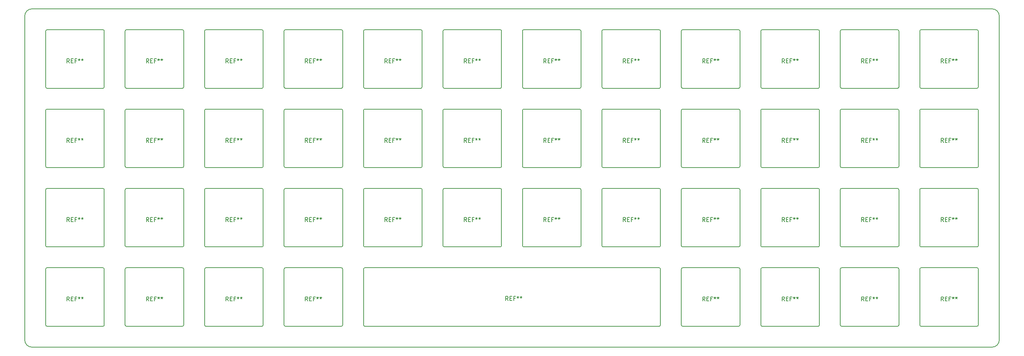
<source format=gbr>
G04 #@! TF.GenerationSoftware,KiCad,Pcbnew,5.0.1*
G04 #@! TF.CreationDate,2019-03-13T00:05:53-03:00*
G04 #@! TF.ProjectId,universal,756E6976657273616C2E6B696361645F,V3.0.7*
G04 #@! TF.SameCoordinates,Original*
G04 #@! TF.FileFunction,Other,ECO2*
%FSLAX46Y46*%
G04 Gerber Fmt 4.6, Leading zero omitted, Abs format (unit mm)*
G04 Created by KiCad (PCBNEW 5.0.1) date Wed 13 Mar 2019 12:05:53 AM -03*
%MOMM*%
%LPD*%
G01*
G04 APERTURE LIST*
%ADD10C,0.150000*%
G04 #@! TA.AperFunction,NonConductor*
%ADD11C,0.150000*%
G04 #@! TD*
G04 APERTURE END LIST*
D10*
X31939170Y-64000682D02*
G75*
G02X33720426Y-62219426I1781256J0D01*
G01*
X31939170Y-64000682D02*
X31939170Y-141485318D01*
X33720426Y-143266574D02*
G75*
G02X31939170Y-141485318I0J1781256D01*
G01*
X264986830Y-141485318D02*
X264986830Y-64000682D01*
X264986830Y-141485318D02*
G75*
G02X263205574Y-143266574I-1781256J0D01*
G01*
X263205574Y-62219426D02*
G75*
G02X264986830Y-64000682I0J-1781256D01*
G01*
X33720426Y-143266574D02*
X263205574Y-143266574D01*
X33720426Y-62219426D02*
X263205574Y-62219426D01*
D11*
G04 #@! TO.C,REF\002A\002A*
X240663000Y-124243000D02*
X227263000Y-124243000D01*
X226963000Y-124543000D02*
X226963000Y-137943000D01*
X227263000Y-138243000D02*
X240663000Y-138243000D01*
X240963000Y-137943000D02*
X240963000Y-124543000D01*
X226963000Y-124543000D02*
G75*
G02X227263000Y-124243000I300000J0D01*
G01*
X240663000Y-124243000D02*
G75*
G02X240963000Y-124543000I0J-300000D01*
G01*
X240963000Y-137943000D02*
G75*
G02X240663000Y-138243000I-300000J0D01*
G01*
X227263000Y-138243000D02*
G75*
G02X226963000Y-137943000I0J300000D01*
G01*
X227263000Y-119243000D02*
G75*
G02X226963000Y-118943000I0J300000D01*
G01*
X240963000Y-118943000D02*
G75*
G02X240663000Y-119243000I-300000J0D01*
G01*
X240663000Y-105243000D02*
G75*
G02X240963000Y-105543000I0J-300000D01*
G01*
X226963000Y-105543000D02*
G75*
G02X227263000Y-105243000I300000J0D01*
G01*
X240963000Y-118943000D02*
X240963000Y-105543000D01*
X227263000Y-119243000D02*
X240663000Y-119243000D01*
X226963000Y-105543000D02*
X226963000Y-118943000D01*
X240663000Y-105243000D02*
X227263000Y-105243000D01*
X240663000Y-67243000D02*
X227263000Y-67243000D01*
X226963000Y-67543000D02*
X226963000Y-80943000D01*
X227263000Y-81243000D02*
X240663000Y-81243000D01*
X240963000Y-80943000D02*
X240963000Y-67543000D01*
X226963000Y-67543000D02*
G75*
G02X227263000Y-67243000I300000J0D01*
G01*
X240663000Y-67243000D02*
G75*
G02X240963000Y-67543000I0J-300000D01*
G01*
X240963000Y-80943000D02*
G75*
G02X240663000Y-81243000I-300000J0D01*
G01*
X227263000Y-81243000D02*
G75*
G02X226963000Y-80943000I0J300000D01*
G01*
X88663000Y-124243000D02*
X75263000Y-124243000D01*
X74963000Y-124543000D02*
X74963000Y-137943000D01*
X75263000Y-138243000D02*
X88663000Y-138243000D01*
X88963000Y-137943000D02*
X88963000Y-124543000D01*
X74963000Y-124543000D02*
G75*
G02X75263000Y-124243000I300000J0D01*
G01*
X88663000Y-124243000D02*
G75*
G02X88963000Y-124543000I0J-300000D01*
G01*
X88963000Y-137943000D02*
G75*
G02X88663000Y-138243000I-300000J0D01*
G01*
X75263000Y-138243000D02*
G75*
G02X74963000Y-137943000I0J300000D01*
G01*
X246263000Y-138243000D02*
G75*
G02X245963000Y-137943000I0J300000D01*
G01*
X259963000Y-137943000D02*
G75*
G02X259663000Y-138243000I-300000J0D01*
G01*
X259663000Y-124243000D02*
G75*
G02X259963000Y-124543000I0J-300000D01*
G01*
X245963000Y-124543000D02*
G75*
G02X246263000Y-124243000I300000J0D01*
G01*
X259963000Y-137943000D02*
X259963000Y-124543000D01*
X246263000Y-138243000D02*
X259663000Y-138243000D01*
X245963000Y-124543000D02*
X245963000Y-137943000D01*
X259663000Y-124243000D02*
X246263000Y-124243000D01*
X202663000Y-124243000D02*
X189263000Y-124243000D01*
X188963000Y-124543000D02*
X188963000Y-137943000D01*
X189263000Y-138243000D02*
X202663000Y-138243000D01*
X202963000Y-137943000D02*
X202963000Y-124543000D01*
X188963000Y-124543000D02*
G75*
G02X189263000Y-124243000I300000J0D01*
G01*
X202663000Y-124243000D02*
G75*
G02X202963000Y-124543000I0J-300000D01*
G01*
X202963000Y-137943000D02*
G75*
G02X202663000Y-138243000I-300000J0D01*
G01*
X189263000Y-138243000D02*
G75*
G02X188963000Y-137943000I0J300000D01*
G01*
X94263000Y-138243000D02*
G75*
G02X93963000Y-137943000I0J300000D01*
G01*
X107963000Y-137943000D02*
G75*
G02X107663000Y-138243000I-300000J0D01*
G01*
X107663000Y-124243000D02*
G75*
G02X107963000Y-124543000I0J-300000D01*
G01*
X93963000Y-124543000D02*
G75*
G02X94263000Y-124243000I300000J0D01*
G01*
X107963000Y-137943000D02*
X107963000Y-124543000D01*
X94263000Y-138243000D02*
X107663000Y-138243000D01*
X93963000Y-124543000D02*
X93963000Y-137943000D01*
X107663000Y-124243000D02*
X94263000Y-124243000D01*
X208263000Y-138243000D02*
G75*
G02X207963000Y-137943000I0J300000D01*
G01*
X221963000Y-137943000D02*
G75*
G02X221663000Y-138243000I-300000J0D01*
G01*
X221663000Y-124243000D02*
G75*
G02X221963000Y-124543000I0J-300000D01*
G01*
X207963000Y-124543000D02*
G75*
G02X208263000Y-124243000I300000J0D01*
G01*
X221963000Y-137943000D02*
X221963000Y-124543000D01*
X208263000Y-138243000D02*
X221663000Y-138243000D01*
X207963000Y-124543000D02*
X207963000Y-137943000D01*
X221663000Y-124243000D02*
X208263000Y-124243000D01*
X56263000Y-138243000D02*
G75*
G02X55963000Y-137943000I0J300000D01*
G01*
X69963000Y-137943000D02*
G75*
G02X69663000Y-138243000I-300000J0D01*
G01*
X69663000Y-124243000D02*
G75*
G02X69963000Y-124543000I0J-300000D01*
G01*
X55963000Y-124543000D02*
G75*
G02X56263000Y-124243000I300000J0D01*
G01*
X69963000Y-137943000D02*
X69963000Y-124543000D01*
X56263000Y-138243000D02*
X69663000Y-138243000D01*
X55963000Y-124543000D02*
X55963000Y-137943000D01*
X69663000Y-124243000D02*
X56263000Y-124243000D01*
X50663000Y-124243000D02*
X37263000Y-124243000D01*
X36963000Y-124543000D02*
X36963000Y-137943000D01*
X37263000Y-138243000D02*
X50663000Y-138243000D01*
X50963000Y-137943000D02*
X50963000Y-124543000D01*
X36963000Y-124543000D02*
G75*
G02X37263000Y-124243000I300000J0D01*
G01*
X50663000Y-124243000D02*
G75*
G02X50963000Y-124543000I0J-300000D01*
G01*
X50963000Y-137943000D02*
G75*
G02X50663000Y-138243000I-300000J0D01*
G01*
X37263000Y-138243000D02*
G75*
G02X36963000Y-137943000I0J300000D01*
G01*
X189263000Y-119243000D02*
G75*
G02X188963000Y-118943000I0J300000D01*
G01*
X202963000Y-118943000D02*
G75*
G02X202663000Y-119243000I-300000J0D01*
G01*
X202663000Y-105243000D02*
G75*
G02X202963000Y-105543000I0J-300000D01*
G01*
X188963000Y-105543000D02*
G75*
G02X189263000Y-105243000I300000J0D01*
G01*
X202963000Y-118943000D02*
X202963000Y-105543000D01*
X189263000Y-119243000D02*
X202663000Y-119243000D01*
X188963000Y-105543000D02*
X188963000Y-118943000D01*
X202663000Y-105243000D02*
X189263000Y-105243000D01*
X259663000Y-105243000D02*
X246263000Y-105243000D01*
X245963000Y-105543000D02*
X245963000Y-118943000D01*
X246263000Y-119243000D02*
X259663000Y-119243000D01*
X259963000Y-118943000D02*
X259963000Y-105543000D01*
X245963000Y-105543000D02*
G75*
G02X246263000Y-105243000I300000J0D01*
G01*
X259663000Y-105243000D02*
G75*
G02X259963000Y-105543000I0J-300000D01*
G01*
X259963000Y-118943000D02*
G75*
G02X259663000Y-119243000I-300000J0D01*
G01*
X246263000Y-119243000D02*
G75*
G02X245963000Y-118943000I0J300000D01*
G01*
X75263000Y-119243000D02*
G75*
G02X74963000Y-118943000I0J300000D01*
G01*
X88963000Y-118943000D02*
G75*
G02X88663000Y-119243000I-300000J0D01*
G01*
X88663000Y-105243000D02*
G75*
G02X88963000Y-105543000I0J-300000D01*
G01*
X74963000Y-105543000D02*
G75*
G02X75263000Y-105243000I300000J0D01*
G01*
X88963000Y-118943000D02*
X88963000Y-105543000D01*
X75263000Y-119243000D02*
X88663000Y-119243000D01*
X74963000Y-105543000D02*
X74963000Y-118943000D01*
X88663000Y-105243000D02*
X75263000Y-105243000D01*
X183663000Y-105243000D02*
X170263000Y-105243000D01*
X169963000Y-105543000D02*
X169963000Y-118943000D01*
X170263000Y-119243000D02*
X183663000Y-119243000D01*
X183963000Y-118943000D02*
X183963000Y-105543000D01*
X169963000Y-105543000D02*
G75*
G02X170263000Y-105243000I300000J0D01*
G01*
X183663000Y-105243000D02*
G75*
G02X183963000Y-105543000I0J-300000D01*
G01*
X183963000Y-118943000D02*
G75*
G02X183663000Y-119243000I-300000J0D01*
G01*
X170263000Y-119243000D02*
G75*
G02X169963000Y-118943000I0J300000D01*
G01*
X69663000Y-105243000D02*
X56263000Y-105243000D01*
X55963000Y-105543000D02*
X55963000Y-118943000D01*
X56263000Y-119243000D02*
X69663000Y-119243000D01*
X69963000Y-118943000D02*
X69963000Y-105543000D01*
X55963000Y-105543000D02*
G75*
G02X56263000Y-105243000I300000J0D01*
G01*
X69663000Y-105243000D02*
G75*
G02X69963000Y-105543000I0J-300000D01*
G01*
X69963000Y-118943000D02*
G75*
G02X69663000Y-119243000I-300000J0D01*
G01*
X56263000Y-119243000D02*
G75*
G02X55963000Y-118943000I0J300000D01*
G01*
X37263000Y-119243000D02*
G75*
G02X36963000Y-118943000I0J300000D01*
G01*
X50963000Y-118943000D02*
G75*
G02X50663000Y-119243000I-300000J0D01*
G01*
X50663000Y-105243000D02*
G75*
G02X50963000Y-105543000I0J-300000D01*
G01*
X36963000Y-105543000D02*
G75*
G02X37263000Y-105243000I300000J0D01*
G01*
X50963000Y-118943000D02*
X50963000Y-105543000D01*
X37263000Y-119243000D02*
X50663000Y-119243000D01*
X36963000Y-105543000D02*
X36963000Y-118943000D01*
X50663000Y-105243000D02*
X37263000Y-105243000D01*
X145663000Y-105243000D02*
X132263000Y-105243000D01*
X131963000Y-105543000D02*
X131963000Y-118943000D01*
X132263000Y-119243000D02*
X145663000Y-119243000D01*
X145963000Y-118943000D02*
X145963000Y-105543000D01*
X131963000Y-105543000D02*
G75*
G02X132263000Y-105243000I300000J0D01*
G01*
X145663000Y-105243000D02*
G75*
G02X145963000Y-105543000I0J-300000D01*
G01*
X145963000Y-118943000D02*
G75*
G02X145663000Y-119243000I-300000J0D01*
G01*
X132263000Y-119243000D02*
G75*
G02X131963000Y-118943000I0J300000D01*
G01*
X151263000Y-119243000D02*
G75*
G02X150963000Y-118943000I0J300000D01*
G01*
X164963000Y-118943000D02*
G75*
G02X164663000Y-119243000I-300000J0D01*
G01*
X164663000Y-105243000D02*
G75*
G02X164963000Y-105543000I0J-300000D01*
G01*
X150963000Y-105543000D02*
G75*
G02X151263000Y-105243000I300000J0D01*
G01*
X164963000Y-118943000D02*
X164963000Y-105543000D01*
X151263000Y-119243000D02*
X164663000Y-119243000D01*
X150963000Y-105543000D02*
X150963000Y-118943000D01*
X164663000Y-105243000D02*
X151263000Y-105243000D01*
X107663000Y-105243000D02*
X94263000Y-105243000D01*
X93963000Y-105543000D02*
X93963000Y-118943000D01*
X94263000Y-119243000D02*
X107663000Y-119243000D01*
X107963000Y-118943000D02*
X107963000Y-105543000D01*
X93963000Y-105543000D02*
G75*
G02X94263000Y-105243000I300000J0D01*
G01*
X107663000Y-105243000D02*
G75*
G02X107963000Y-105543000I0J-300000D01*
G01*
X107963000Y-118943000D02*
G75*
G02X107663000Y-119243000I-300000J0D01*
G01*
X94263000Y-119243000D02*
G75*
G02X93963000Y-118943000I0J300000D01*
G01*
X221663000Y-105243000D02*
X208263000Y-105243000D01*
X207963000Y-105543000D02*
X207963000Y-118943000D01*
X208263000Y-119243000D02*
X221663000Y-119243000D01*
X221963000Y-118943000D02*
X221963000Y-105543000D01*
X207963000Y-105543000D02*
G75*
G02X208263000Y-105243000I300000J0D01*
G01*
X221663000Y-105243000D02*
G75*
G02X221963000Y-105543000I0J-300000D01*
G01*
X221963000Y-118943000D02*
G75*
G02X221663000Y-119243000I-300000J0D01*
G01*
X208263000Y-119243000D02*
G75*
G02X207963000Y-118943000I0J300000D01*
G01*
X113263000Y-119243000D02*
G75*
G02X112963000Y-118943000I0J300000D01*
G01*
X126963000Y-118943000D02*
G75*
G02X126663000Y-119243000I-300000J0D01*
G01*
X126663000Y-105243000D02*
G75*
G02X126963000Y-105543000I0J-300000D01*
G01*
X112963000Y-105543000D02*
G75*
G02X113263000Y-105243000I300000J0D01*
G01*
X126963000Y-118943000D02*
X126963000Y-105543000D01*
X113263000Y-119243000D02*
X126663000Y-119243000D01*
X112963000Y-105543000D02*
X112963000Y-118943000D01*
X126663000Y-105243000D02*
X113263000Y-105243000D01*
X126663000Y-67243000D02*
X113263000Y-67243000D01*
X112963000Y-67543000D02*
X112963000Y-80943000D01*
X113263000Y-81243000D02*
X126663000Y-81243000D01*
X126963000Y-80943000D02*
X126963000Y-67543000D01*
X112963000Y-67543000D02*
G75*
G02X113263000Y-67243000I300000J0D01*
G01*
X126663000Y-67243000D02*
G75*
G02X126963000Y-67543000I0J-300000D01*
G01*
X126963000Y-80943000D02*
G75*
G02X126663000Y-81243000I-300000J0D01*
G01*
X113263000Y-81243000D02*
G75*
G02X112963000Y-80943000I0J300000D01*
G01*
X164663000Y-67243000D02*
X151263000Y-67243000D01*
X150963000Y-67543000D02*
X150963000Y-80943000D01*
X151263000Y-81243000D02*
X164663000Y-81243000D01*
X164963000Y-80943000D02*
X164963000Y-67543000D01*
X150963000Y-67543000D02*
G75*
G02X151263000Y-67243000I300000J0D01*
G01*
X164663000Y-67243000D02*
G75*
G02X164963000Y-67543000I0J-300000D01*
G01*
X164963000Y-80943000D02*
G75*
G02X164663000Y-81243000I-300000J0D01*
G01*
X151263000Y-81243000D02*
G75*
G02X150963000Y-80943000I0J300000D01*
G01*
X132263000Y-81243000D02*
G75*
G02X131963000Y-80943000I0J300000D01*
G01*
X145963000Y-80943000D02*
G75*
G02X145663000Y-81243000I-300000J0D01*
G01*
X145663000Y-67243000D02*
G75*
G02X145963000Y-67543000I0J-300000D01*
G01*
X131963000Y-67543000D02*
G75*
G02X132263000Y-67243000I300000J0D01*
G01*
X145963000Y-80943000D02*
X145963000Y-67543000D01*
X132263000Y-81243000D02*
X145663000Y-81243000D01*
X131963000Y-67543000D02*
X131963000Y-80943000D01*
X145663000Y-67243000D02*
X132263000Y-67243000D01*
X94263000Y-81243000D02*
G75*
G02X93963000Y-80943000I0J300000D01*
G01*
X107963000Y-80943000D02*
G75*
G02X107663000Y-81243000I-300000J0D01*
G01*
X107663000Y-67243000D02*
G75*
G02X107963000Y-67543000I0J-300000D01*
G01*
X93963000Y-67543000D02*
G75*
G02X94263000Y-67243000I300000J0D01*
G01*
X107963000Y-80943000D02*
X107963000Y-67543000D01*
X94263000Y-81243000D02*
X107663000Y-81243000D01*
X93963000Y-67543000D02*
X93963000Y-80943000D01*
X107663000Y-67243000D02*
X94263000Y-67243000D01*
X202663000Y-67243000D02*
X189263000Y-67243000D01*
X188963000Y-67543000D02*
X188963000Y-80943000D01*
X189263000Y-81243000D02*
X202663000Y-81243000D01*
X202963000Y-80943000D02*
X202963000Y-67543000D01*
X188963000Y-67543000D02*
G75*
G02X189263000Y-67243000I300000J0D01*
G01*
X202663000Y-67243000D02*
G75*
G02X202963000Y-67543000I0J-300000D01*
G01*
X202963000Y-80943000D02*
G75*
G02X202663000Y-81243000I-300000J0D01*
G01*
X189263000Y-81243000D02*
G75*
G02X188963000Y-80943000I0J300000D01*
G01*
X170263000Y-81243000D02*
G75*
G02X169963000Y-80943000I0J300000D01*
G01*
X183963000Y-80943000D02*
G75*
G02X183663000Y-81243000I-300000J0D01*
G01*
X183663000Y-67243000D02*
G75*
G02X183963000Y-67543000I0J-300000D01*
G01*
X169963000Y-67543000D02*
G75*
G02X170263000Y-67243000I300000J0D01*
G01*
X183963000Y-80943000D02*
X183963000Y-67543000D01*
X170263000Y-81243000D02*
X183663000Y-81243000D01*
X169963000Y-67543000D02*
X169963000Y-80943000D01*
X183663000Y-67243000D02*
X170263000Y-67243000D01*
X246263000Y-81243000D02*
G75*
G02X245963000Y-80943000I0J300000D01*
G01*
X259963000Y-80943000D02*
G75*
G02X259663000Y-81243000I-300000J0D01*
G01*
X259663000Y-67243000D02*
G75*
G02X259963000Y-67543000I0J-300000D01*
G01*
X245963000Y-67543000D02*
G75*
G02X246263000Y-67243000I300000J0D01*
G01*
X259963000Y-80943000D02*
X259963000Y-67543000D01*
X246263000Y-81243000D02*
X259663000Y-81243000D01*
X245963000Y-67543000D02*
X245963000Y-80943000D01*
X259663000Y-67243000D02*
X246263000Y-67243000D01*
X88663000Y-67243000D02*
X75263000Y-67243000D01*
X74963000Y-67543000D02*
X74963000Y-80943000D01*
X75263000Y-81243000D02*
X88663000Y-81243000D01*
X88963000Y-80943000D02*
X88963000Y-67543000D01*
X74963000Y-67543000D02*
G75*
G02X75263000Y-67243000I300000J0D01*
G01*
X88663000Y-67243000D02*
G75*
G02X88963000Y-67543000I0J-300000D01*
G01*
X88963000Y-80943000D02*
G75*
G02X88663000Y-81243000I-300000J0D01*
G01*
X75263000Y-81243000D02*
G75*
G02X74963000Y-80943000I0J300000D01*
G01*
X56263000Y-81243000D02*
G75*
G02X55963000Y-80943000I0J300000D01*
G01*
X69963000Y-80943000D02*
G75*
G02X69663000Y-81243000I-300000J0D01*
G01*
X69663000Y-67243000D02*
G75*
G02X69963000Y-67543000I0J-300000D01*
G01*
X55963000Y-67543000D02*
G75*
G02X56263000Y-67243000I300000J0D01*
G01*
X69963000Y-80943000D02*
X69963000Y-67543000D01*
X56263000Y-81243000D02*
X69663000Y-81243000D01*
X55963000Y-67543000D02*
X55963000Y-80943000D01*
X69663000Y-67243000D02*
X56263000Y-67243000D01*
X208263000Y-81243000D02*
G75*
G02X207963000Y-80943000I0J300000D01*
G01*
X221963000Y-80943000D02*
G75*
G02X221663000Y-81243000I-300000J0D01*
G01*
X221663000Y-67243000D02*
G75*
G02X221963000Y-67543000I0J-300000D01*
G01*
X207963000Y-67543000D02*
G75*
G02X208263000Y-67243000I300000J0D01*
G01*
X221963000Y-80943000D02*
X221963000Y-67543000D01*
X208263000Y-81243000D02*
X221663000Y-81243000D01*
X207963000Y-67543000D02*
X207963000Y-80943000D01*
X221663000Y-67243000D02*
X208263000Y-67243000D01*
X50663000Y-67243000D02*
X37263000Y-67243000D01*
X36963000Y-67543000D02*
X36963000Y-80943000D01*
X37263000Y-81243000D02*
X50663000Y-81243000D01*
X50963000Y-80943000D02*
X50963000Y-67543000D01*
X36963000Y-67543000D02*
G75*
G02X37263000Y-67243000I300000J0D01*
G01*
X50663000Y-67243000D02*
G75*
G02X50963000Y-67543000I0J-300000D01*
G01*
X50963000Y-80943000D02*
G75*
G02X50663000Y-81243000I-300000J0D01*
G01*
X37263000Y-81243000D02*
G75*
G02X36963000Y-80943000I0J300000D01*
G01*
X259663000Y-86243000D02*
X246263000Y-86243000D01*
X245963000Y-86543000D02*
X245963000Y-99943000D01*
X246263000Y-100243000D02*
X259663000Y-100243000D01*
X259963000Y-99943000D02*
X259963000Y-86543000D01*
X245963000Y-86543000D02*
G75*
G02X246263000Y-86243000I300000J0D01*
G01*
X259663000Y-86243000D02*
G75*
G02X259963000Y-86543000I0J-300000D01*
G01*
X259963000Y-99943000D02*
G75*
G02X259663000Y-100243000I-300000J0D01*
G01*
X246263000Y-100243000D02*
G75*
G02X245963000Y-99943000I0J300000D01*
G01*
X227263000Y-100243000D02*
G75*
G02X226963000Y-99943000I0J300000D01*
G01*
X240963000Y-99943000D02*
G75*
G02X240663000Y-100243000I-300000J0D01*
G01*
X240663000Y-86243000D02*
G75*
G02X240963000Y-86543000I0J-300000D01*
G01*
X226963000Y-86543000D02*
G75*
G02X227263000Y-86243000I300000J0D01*
G01*
X240963000Y-99943000D02*
X240963000Y-86543000D01*
X227263000Y-100243000D02*
X240663000Y-100243000D01*
X226963000Y-86543000D02*
X226963000Y-99943000D01*
X240663000Y-86243000D02*
X227263000Y-86243000D01*
X221663000Y-86243000D02*
X208263000Y-86243000D01*
X207963000Y-86543000D02*
X207963000Y-99943000D01*
X208263000Y-100243000D02*
X221663000Y-100243000D01*
X221963000Y-99943000D02*
X221963000Y-86543000D01*
X207963000Y-86543000D02*
G75*
G02X208263000Y-86243000I300000J0D01*
G01*
X221663000Y-86243000D02*
G75*
G02X221963000Y-86543000I0J-300000D01*
G01*
X221963000Y-99943000D02*
G75*
G02X221663000Y-100243000I-300000J0D01*
G01*
X208263000Y-100243000D02*
G75*
G02X207963000Y-99943000I0J300000D01*
G01*
X189263000Y-100243000D02*
G75*
G02X188963000Y-99943000I0J300000D01*
G01*
X202963000Y-99943000D02*
G75*
G02X202663000Y-100243000I-300000J0D01*
G01*
X202663000Y-86243000D02*
G75*
G02X202963000Y-86543000I0J-300000D01*
G01*
X188963000Y-86543000D02*
G75*
G02X189263000Y-86243000I300000J0D01*
G01*
X202963000Y-99943000D02*
X202963000Y-86543000D01*
X189263000Y-100243000D02*
X202663000Y-100243000D01*
X188963000Y-86543000D02*
X188963000Y-99943000D01*
X202663000Y-86243000D02*
X189263000Y-86243000D01*
X183663000Y-86243000D02*
X170263000Y-86243000D01*
X169963000Y-86543000D02*
X169963000Y-99943000D01*
X170263000Y-100243000D02*
X183663000Y-100243000D01*
X183963000Y-99943000D02*
X183963000Y-86543000D01*
X169963000Y-86543000D02*
G75*
G02X170263000Y-86243000I300000J0D01*
G01*
X183663000Y-86243000D02*
G75*
G02X183963000Y-86543000I0J-300000D01*
G01*
X183963000Y-99943000D02*
G75*
G02X183663000Y-100243000I-300000J0D01*
G01*
X170263000Y-100243000D02*
G75*
G02X169963000Y-99943000I0J300000D01*
G01*
X37263000Y-100243000D02*
G75*
G02X36963000Y-99943000I0J300000D01*
G01*
X50963000Y-99943000D02*
G75*
G02X50663000Y-100243000I-300000J0D01*
G01*
X50663000Y-86243000D02*
G75*
G02X50963000Y-86543000I0J-300000D01*
G01*
X36963000Y-86543000D02*
G75*
G02X37263000Y-86243000I300000J0D01*
G01*
X50963000Y-99943000D02*
X50963000Y-86543000D01*
X37263000Y-100243000D02*
X50663000Y-100243000D01*
X36963000Y-86543000D02*
X36963000Y-99943000D01*
X50663000Y-86243000D02*
X37263000Y-86243000D01*
X69663000Y-86243000D02*
X56263000Y-86243000D01*
X55963000Y-86543000D02*
X55963000Y-99943000D01*
X56263000Y-100243000D02*
X69663000Y-100243000D01*
X69963000Y-99943000D02*
X69963000Y-86543000D01*
X55963000Y-86543000D02*
G75*
G02X56263000Y-86243000I300000J0D01*
G01*
X69663000Y-86243000D02*
G75*
G02X69963000Y-86543000I0J-300000D01*
G01*
X69963000Y-99943000D02*
G75*
G02X69663000Y-100243000I-300000J0D01*
G01*
X56263000Y-100243000D02*
G75*
G02X55963000Y-99943000I0J300000D01*
G01*
X75263000Y-100243000D02*
G75*
G02X74963000Y-99943000I0J300000D01*
G01*
X88963000Y-99943000D02*
G75*
G02X88663000Y-100243000I-300000J0D01*
G01*
X88663000Y-86243000D02*
G75*
G02X88963000Y-86543000I0J-300000D01*
G01*
X74963000Y-86543000D02*
G75*
G02X75263000Y-86243000I300000J0D01*
G01*
X88963000Y-99943000D02*
X88963000Y-86543000D01*
X75263000Y-100243000D02*
X88663000Y-100243000D01*
X74963000Y-86543000D02*
X74963000Y-99943000D01*
X88663000Y-86243000D02*
X75263000Y-86243000D01*
X107663000Y-86243000D02*
X94263000Y-86243000D01*
X93963000Y-86543000D02*
X93963000Y-99943000D01*
X94263000Y-100243000D02*
X107663000Y-100243000D01*
X107963000Y-99943000D02*
X107963000Y-86543000D01*
X93963000Y-86543000D02*
G75*
G02X94263000Y-86243000I300000J0D01*
G01*
X107663000Y-86243000D02*
G75*
G02X107963000Y-86543000I0J-300000D01*
G01*
X107963000Y-99943000D02*
G75*
G02X107663000Y-100243000I-300000J0D01*
G01*
X94263000Y-100243000D02*
G75*
G02X93963000Y-99943000I0J300000D01*
G01*
X113263000Y-100243000D02*
G75*
G02X112963000Y-99943000I0J300000D01*
G01*
X126963000Y-99943000D02*
G75*
G02X126663000Y-100243000I-300000J0D01*
G01*
X126663000Y-86243000D02*
G75*
G02X126963000Y-86543000I0J-300000D01*
G01*
X112963000Y-86543000D02*
G75*
G02X113263000Y-86243000I300000J0D01*
G01*
X126963000Y-99943000D02*
X126963000Y-86543000D01*
X113263000Y-100243000D02*
X126663000Y-100243000D01*
X112963000Y-86543000D02*
X112963000Y-99943000D01*
X126663000Y-86243000D02*
X113263000Y-86243000D01*
X145663000Y-86243000D02*
X132263000Y-86243000D01*
X131963000Y-86543000D02*
X131963000Y-99943000D01*
X132263000Y-100243000D02*
X145663000Y-100243000D01*
X145963000Y-99943000D02*
X145963000Y-86543000D01*
X131963000Y-86543000D02*
G75*
G02X132263000Y-86243000I300000J0D01*
G01*
X145663000Y-86243000D02*
G75*
G02X145963000Y-86543000I0J-300000D01*
G01*
X145963000Y-99943000D02*
G75*
G02X145663000Y-100243000I-300000J0D01*
G01*
X132263000Y-100243000D02*
G75*
G02X131963000Y-99943000I0J300000D01*
G01*
X151263000Y-100243000D02*
G75*
G02X150963000Y-99943000I0J300000D01*
G01*
X164963000Y-99943000D02*
G75*
G02X164663000Y-100243000I-300000J0D01*
G01*
X164663000Y-86243000D02*
G75*
G02X164963000Y-86543000I0J-300000D01*
G01*
X150963000Y-86543000D02*
G75*
G02X151263000Y-86243000I300000J0D01*
G01*
X164963000Y-99943000D02*
X164963000Y-86543000D01*
X151263000Y-100243000D02*
X164663000Y-100243000D01*
X150963000Y-86543000D02*
X150963000Y-99943000D01*
X164663000Y-86243000D02*
X151263000Y-86243000D01*
X183663000Y-138243000D02*
X113263000Y-138243000D01*
X183963000Y-137943000D02*
G75*
G02X183663000Y-138243000I-300000J0D01*
G01*
X183663000Y-124243000D02*
G75*
G02X183963000Y-124543000I0J-300000D01*
G01*
X183963000Y-137943000D02*
X183963000Y-124543000D01*
X183663000Y-124243000D02*
X113263000Y-124243000D01*
X113263000Y-138243000D02*
G75*
G02X112963000Y-137943000I0J300000D01*
G01*
X112963000Y-124543000D02*
X112963000Y-137943000D01*
X112963000Y-124543000D02*
G75*
G02X113263000Y-124243000I300000J0D01*
G01*
G04 #@! TD*
G04 #@! TO.C,REF\002A\002A*
D10*
X232629666Y-132195380D02*
X232296333Y-131719190D01*
X232058238Y-132195380D02*
X232058238Y-131195380D01*
X232439190Y-131195380D01*
X232534428Y-131243000D01*
X232582047Y-131290619D01*
X232629666Y-131385857D01*
X232629666Y-131528714D01*
X232582047Y-131623952D01*
X232534428Y-131671571D01*
X232439190Y-131719190D01*
X232058238Y-131719190D01*
X233058238Y-131671571D02*
X233391571Y-131671571D01*
X233534428Y-132195380D02*
X233058238Y-132195380D01*
X233058238Y-131195380D01*
X233534428Y-131195380D01*
X234296333Y-131671571D02*
X233963000Y-131671571D01*
X233963000Y-132195380D02*
X233963000Y-131195380D01*
X234439190Y-131195380D01*
X234963000Y-131195380D02*
X234963000Y-131433476D01*
X234724904Y-131338238D02*
X234963000Y-131433476D01*
X235201095Y-131338238D01*
X234820142Y-131623952D02*
X234963000Y-131433476D01*
X235105857Y-131623952D01*
X235724904Y-131195380D02*
X235724904Y-131433476D01*
X235486809Y-131338238D02*
X235724904Y-131433476D01*
X235963000Y-131338238D01*
X235582047Y-131623952D02*
X235724904Y-131433476D01*
X235867761Y-131623952D01*
X232629666Y-113195380D02*
X232296333Y-112719190D01*
X232058238Y-113195380D02*
X232058238Y-112195380D01*
X232439190Y-112195380D01*
X232534428Y-112243000D01*
X232582047Y-112290619D01*
X232629666Y-112385857D01*
X232629666Y-112528714D01*
X232582047Y-112623952D01*
X232534428Y-112671571D01*
X232439190Y-112719190D01*
X232058238Y-112719190D01*
X233058238Y-112671571D02*
X233391571Y-112671571D01*
X233534428Y-113195380D02*
X233058238Y-113195380D01*
X233058238Y-112195380D01*
X233534428Y-112195380D01*
X234296333Y-112671571D02*
X233963000Y-112671571D01*
X233963000Y-113195380D02*
X233963000Y-112195380D01*
X234439190Y-112195380D01*
X234963000Y-112195380D02*
X234963000Y-112433476D01*
X234724904Y-112338238D02*
X234963000Y-112433476D01*
X235201095Y-112338238D01*
X234820142Y-112623952D02*
X234963000Y-112433476D01*
X235105857Y-112623952D01*
X235724904Y-112195380D02*
X235724904Y-112433476D01*
X235486809Y-112338238D02*
X235724904Y-112433476D01*
X235963000Y-112338238D01*
X235582047Y-112623952D02*
X235724904Y-112433476D01*
X235867761Y-112623952D01*
X232629666Y-75195380D02*
X232296333Y-74719190D01*
X232058238Y-75195380D02*
X232058238Y-74195380D01*
X232439190Y-74195380D01*
X232534428Y-74243000D01*
X232582047Y-74290619D01*
X232629666Y-74385857D01*
X232629666Y-74528714D01*
X232582047Y-74623952D01*
X232534428Y-74671571D01*
X232439190Y-74719190D01*
X232058238Y-74719190D01*
X233058238Y-74671571D02*
X233391571Y-74671571D01*
X233534428Y-75195380D02*
X233058238Y-75195380D01*
X233058238Y-74195380D01*
X233534428Y-74195380D01*
X234296333Y-74671571D02*
X233963000Y-74671571D01*
X233963000Y-75195380D02*
X233963000Y-74195380D01*
X234439190Y-74195380D01*
X234963000Y-74195380D02*
X234963000Y-74433476D01*
X234724904Y-74338238D02*
X234963000Y-74433476D01*
X235201095Y-74338238D01*
X234820142Y-74623952D02*
X234963000Y-74433476D01*
X235105857Y-74623952D01*
X235724904Y-74195380D02*
X235724904Y-74433476D01*
X235486809Y-74338238D02*
X235724904Y-74433476D01*
X235963000Y-74338238D01*
X235582047Y-74623952D02*
X235724904Y-74433476D01*
X235867761Y-74623952D01*
X80629666Y-132195380D02*
X80296333Y-131719190D01*
X80058238Y-132195380D02*
X80058238Y-131195380D01*
X80439190Y-131195380D01*
X80534428Y-131243000D01*
X80582047Y-131290619D01*
X80629666Y-131385857D01*
X80629666Y-131528714D01*
X80582047Y-131623952D01*
X80534428Y-131671571D01*
X80439190Y-131719190D01*
X80058238Y-131719190D01*
X81058238Y-131671571D02*
X81391571Y-131671571D01*
X81534428Y-132195380D02*
X81058238Y-132195380D01*
X81058238Y-131195380D01*
X81534428Y-131195380D01*
X82296333Y-131671571D02*
X81963000Y-131671571D01*
X81963000Y-132195380D02*
X81963000Y-131195380D01*
X82439190Y-131195380D01*
X82963000Y-131195380D02*
X82963000Y-131433476D01*
X82724904Y-131338238D02*
X82963000Y-131433476D01*
X83201095Y-131338238D01*
X82820142Y-131623952D02*
X82963000Y-131433476D01*
X83105857Y-131623952D01*
X83724904Y-131195380D02*
X83724904Y-131433476D01*
X83486809Y-131338238D02*
X83724904Y-131433476D01*
X83963000Y-131338238D01*
X83582047Y-131623952D02*
X83724904Y-131433476D01*
X83867761Y-131623952D01*
X251629666Y-132195380D02*
X251296333Y-131719190D01*
X251058238Y-132195380D02*
X251058238Y-131195380D01*
X251439190Y-131195380D01*
X251534428Y-131243000D01*
X251582047Y-131290619D01*
X251629666Y-131385857D01*
X251629666Y-131528714D01*
X251582047Y-131623952D01*
X251534428Y-131671571D01*
X251439190Y-131719190D01*
X251058238Y-131719190D01*
X252058238Y-131671571D02*
X252391571Y-131671571D01*
X252534428Y-132195380D02*
X252058238Y-132195380D01*
X252058238Y-131195380D01*
X252534428Y-131195380D01*
X253296333Y-131671571D02*
X252963000Y-131671571D01*
X252963000Y-132195380D02*
X252963000Y-131195380D01*
X253439190Y-131195380D01*
X253963000Y-131195380D02*
X253963000Y-131433476D01*
X253724904Y-131338238D02*
X253963000Y-131433476D01*
X254201095Y-131338238D01*
X253820142Y-131623952D02*
X253963000Y-131433476D01*
X254105857Y-131623952D01*
X254724904Y-131195380D02*
X254724904Y-131433476D01*
X254486809Y-131338238D02*
X254724904Y-131433476D01*
X254963000Y-131338238D01*
X254582047Y-131623952D02*
X254724904Y-131433476D01*
X254867761Y-131623952D01*
X194629666Y-132195380D02*
X194296333Y-131719190D01*
X194058238Y-132195380D02*
X194058238Y-131195380D01*
X194439190Y-131195380D01*
X194534428Y-131243000D01*
X194582047Y-131290619D01*
X194629666Y-131385857D01*
X194629666Y-131528714D01*
X194582047Y-131623952D01*
X194534428Y-131671571D01*
X194439190Y-131719190D01*
X194058238Y-131719190D01*
X195058238Y-131671571D02*
X195391571Y-131671571D01*
X195534428Y-132195380D02*
X195058238Y-132195380D01*
X195058238Y-131195380D01*
X195534428Y-131195380D01*
X196296333Y-131671571D02*
X195963000Y-131671571D01*
X195963000Y-132195380D02*
X195963000Y-131195380D01*
X196439190Y-131195380D01*
X196963000Y-131195380D02*
X196963000Y-131433476D01*
X196724904Y-131338238D02*
X196963000Y-131433476D01*
X197201095Y-131338238D01*
X196820142Y-131623952D02*
X196963000Y-131433476D01*
X197105857Y-131623952D01*
X197724904Y-131195380D02*
X197724904Y-131433476D01*
X197486809Y-131338238D02*
X197724904Y-131433476D01*
X197963000Y-131338238D01*
X197582047Y-131623952D02*
X197724904Y-131433476D01*
X197867761Y-131623952D01*
X99629666Y-132195380D02*
X99296333Y-131719190D01*
X99058238Y-132195380D02*
X99058238Y-131195380D01*
X99439190Y-131195380D01*
X99534428Y-131243000D01*
X99582047Y-131290619D01*
X99629666Y-131385857D01*
X99629666Y-131528714D01*
X99582047Y-131623952D01*
X99534428Y-131671571D01*
X99439190Y-131719190D01*
X99058238Y-131719190D01*
X100058238Y-131671571D02*
X100391571Y-131671571D01*
X100534428Y-132195380D02*
X100058238Y-132195380D01*
X100058238Y-131195380D01*
X100534428Y-131195380D01*
X101296333Y-131671571D02*
X100963000Y-131671571D01*
X100963000Y-132195380D02*
X100963000Y-131195380D01*
X101439190Y-131195380D01*
X101963000Y-131195380D02*
X101963000Y-131433476D01*
X101724904Y-131338238D02*
X101963000Y-131433476D01*
X102201095Y-131338238D01*
X101820142Y-131623952D02*
X101963000Y-131433476D01*
X102105857Y-131623952D01*
X102724904Y-131195380D02*
X102724904Y-131433476D01*
X102486809Y-131338238D02*
X102724904Y-131433476D01*
X102963000Y-131338238D01*
X102582047Y-131623952D02*
X102724904Y-131433476D01*
X102867761Y-131623952D01*
X213629666Y-132195380D02*
X213296333Y-131719190D01*
X213058238Y-132195380D02*
X213058238Y-131195380D01*
X213439190Y-131195380D01*
X213534428Y-131243000D01*
X213582047Y-131290619D01*
X213629666Y-131385857D01*
X213629666Y-131528714D01*
X213582047Y-131623952D01*
X213534428Y-131671571D01*
X213439190Y-131719190D01*
X213058238Y-131719190D01*
X214058238Y-131671571D02*
X214391571Y-131671571D01*
X214534428Y-132195380D02*
X214058238Y-132195380D01*
X214058238Y-131195380D01*
X214534428Y-131195380D01*
X215296333Y-131671571D02*
X214963000Y-131671571D01*
X214963000Y-132195380D02*
X214963000Y-131195380D01*
X215439190Y-131195380D01*
X215963000Y-131195380D02*
X215963000Y-131433476D01*
X215724904Y-131338238D02*
X215963000Y-131433476D01*
X216201095Y-131338238D01*
X215820142Y-131623952D02*
X215963000Y-131433476D01*
X216105857Y-131623952D01*
X216724904Y-131195380D02*
X216724904Y-131433476D01*
X216486809Y-131338238D02*
X216724904Y-131433476D01*
X216963000Y-131338238D01*
X216582047Y-131623952D02*
X216724904Y-131433476D01*
X216867761Y-131623952D01*
X61629666Y-132195380D02*
X61296333Y-131719190D01*
X61058238Y-132195380D02*
X61058238Y-131195380D01*
X61439190Y-131195380D01*
X61534428Y-131243000D01*
X61582047Y-131290619D01*
X61629666Y-131385857D01*
X61629666Y-131528714D01*
X61582047Y-131623952D01*
X61534428Y-131671571D01*
X61439190Y-131719190D01*
X61058238Y-131719190D01*
X62058238Y-131671571D02*
X62391571Y-131671571D01*
X62534428Y-132195380D02*
X62058238Y-132195380D01*
X62058238Y-131195380D01*
X62534428Y-131195380D01*
X63296333Y-131671571D02*
X62963000Y-131671571D01*
X62963000Y-132195380D02*
X62963000Y-131195380D01*
X63439190Y-131195380D01*
X63963000Y-131195380D02*
X63963000Y-131433476D01*
X63724904Y-131338238D02*
X63963000Y-131433476D01*
X64201095Y-131338238D01*
X63820142Y-131623952D02*
X63963000Y-131433476D01*
X64105857Y-131623952D01*
X64724904Y-131195380D02*
X64724904Y-131433476D01*
X64486809Y-131338238D02*
X64724904Y-131433476D01*
X64963000Y-131338238D01*
X64582047Y-131623952D02*
X64724904Y-131433476D01*
X64867761Y-131623952D01*
X42629666Y-132195380D02*
X42296333Y-131719190D01*
X42058238Y-132195380D02*
X42058238Y-131195380D01*
X42439190Y-131195380D01*
X42534428Y-131243000D01*
X42582047Y-131290619D01*
X42629666Y-131385857D01*
X42629666Y-131528714D01*
X42582047Y-131623952D01*
X42534428Y-131671571D01*
X42439190Y-131719190D01*
X42058238Y-131719190D01*
X43058238Y-131671571D02*
X43391571Y-131671571D01*
X43534428Y-132195380D02*
X43058238Y-132195380D01*
X43058238Y-131195380D01*
X43534428Y-131195380D01*
X44296333Y-131671571D02*
X43963000Y-131671571D01*
X43963000Y-132195380D02*
X43963000Y-131195380D01*
X44439190Y-131195380D01*
X44963000Y-131195380D02*
X44963000Y-131433476D01*
X44724904Y-131338238D02*
X44963000Y-131433476D01*
X45201095Y-131338238D01*
X44820142Y-131623952D02*
X44963000Y-131433476D01*
X45105857Y-131623952D01*
X45724904Y-131195380D02*
X45724904Y-131433476D01*
X45486809Y-131338238D02*
X45724904Y-131433476D01*
X45963000Y-131338238D01*
X45582047Y-131623952D02*
X45724904Y-131433476D01*
X45867761Y-131623952D01*
X194629666Y-113195380D02*
X194296333Y-112719190D01*
X194058238Y-113195380D02*
X194058238Y-112195380D01*
X194439190Y-112195380D01*
X194534428Y-112243000D01*
X194582047Y-112290619D01*
X194629666Y-112385857D01*
X194629666Y-112528714D01*
X194582047Y-112623952D01*
X194534428Y-112671571D01*
X194439190Y-112719190D01*
X194058238Y-112719190D01*
X195058238Y-112671571D02*
X195391571Y-112671571D01*
X195534428Y-113195380D02*
X195058238Y-113195380D01*
X195058238Y-112195380D01*
X195534428Y-112195380D01*
X196296333Y-112671571D02*
X195963000Y-112671571D01*
X195963000Y-113195380D02*
X195963000Y-112195380D01*
X196439190Y-112195380D01*
X196963000Y-112195380D02*
X196963000Y-112433476D01*
X196724904Y-112338238D02*
X196963000Y-112433476D01*
X197201095Y-112338238D01*
X196820142Y-112623952D02*
X196963000Y-112433476D01*
X197105857Y-112623952D01*
X197724904Y-112195380D02*
X197724904Y-112433476D01*
X197486809Y-112338238D02*
X197724904Y-112433476D01*
X197963000Y-112338238D01*
X197582047Y-112623952D02*
X197724904Y-112433476D01*
X197867761Y-112623952D01*
X251629666Y-113195380D02*
X251296333Y-112719190D01*
X251058238Y-113195380D02*
X251058238Y-112195380D01*
X251439190Y-112195380D01*
X251534428Y-112243000D01*
X251582047Y-112290619D01*
X251629666Y-112385857D01*
X251629666Y-112528714D01*
X251582047Y-112623952D01*
X251534428Y-112671571D01*
X251439190Y-112719190D01*
X251058238Y-112719190D01*
X252058238Y-112671571D02*
X252391571Y-112671571D01*
X252534428Y-113195380D02*
X252058238Y-113195380D01*
X252058238Y-112195380D01*
X252534428Y-112195380D01*
X253296333Y-112671571D02*
X252963000Y-112671571D01*
X252963000Y-113195380D02*
X252963000Y-112195380D01*
X253439190Y-112195380D01*
X253963000Y-112195380D02*
X253963000Y-112433476D01*
X253724904Y-112338238D02*
X253963000Y-112433476D01*
X254201095Y-112338238D01*
X253820142Y-112623952D02*
X253963000Y-112433476D01*
X254105857Y-112623952D01*
X254724904Y-112195380D02*
X254724904Y-112433476D01*
X254486809Y-112338238D02*
X254724904Y-112433476D01*
X254963000Y-112338238D01*
X254582047Y-112623952D02*
X254724904Y-112433476D01*
X254867761Y-112623952D01*
X80629666Y-113195380D02*
X80296333Y-112719190D01*
X80058238Y-113195380D02*
X80058238Y-112195380D01*
X80439190Y-112195380D01*
X80534428Y-112243000D01*
X80582047Y-112290619D01*
X80629666Y-112385857D01*
X80629666Y-112528714D01*
X80582047Y-112623952D01*
X80534428Y-112671571D01*
X80439190Y-112719190D01*
X80058238Y-112719190D01*
X81058238Y-112671571D02*
X81391571Y-112671571D01*
X81534428Y-113195380D02*
X81058238Y-113195380D01*
X81058238Y-112195380D01*
X81534428Y-112195380D01*
X82296333Y-112671571D02*
X81963000Y-112671571D01*
X81963000Y-113195380D02*
X81963000Y-112195380D01*
X82439190Y-112195380D01*
X82963000Y-112195380D02*
X82963000Y-112433476D01*
X82724904Y-112338238D02*
X82963000Y-112433476D01*
X83201095Y-112338238D01*
X82820142Y-112623952D02*
X82963000Y-112433476D01*
X83105857Y-112623952D01*
X83724904Y-112195380D02*
X83724904Y-112433476D01*
X83486809Y-112338238D02*
X83724904Y-112433476D01*
X83963000Y-112338238D01*
X83582047Y-112623952D02*
X83724904Y-112433476D01*
X83867761Y-112623952D01*
X175629666Y-113195380D02*
X175296333Y-112719190D01*
X175058238Y-113195380D02*
X175058238Y-112195380D01*
X175439190Y-112195380D01*
X175534428Y-112243000D01*
X175582047Y-112290619D01*
X175629666Y-112385857D01*
X175629666Y-112528714D01*
X175582047Y-112623952D01*
X175534428Y-112671571D01*
X175439190Y-112719190D01*
X175058238Y-112719190D01*
X176058238Y-112671571D02*
X176391571Y-112671571D01*
X176534428Y-113195380D02*
X176058238Y-113195380D01*
X176058238Y-112195380D01*
X176534428Y-112195380D01*
X177296333Y-112671571D02*
X176963000Y-112671571D01*
X176963000Y-113195380D02*
X176963000Y-112195380D01*
X177439190Y-112195380D01*
X177963000Y-112195380D02*
X177963000Y-112433476D01*
X177724904Y-112338238D02*
X177963000Y-112433476D01*
X178201095Y-112338238D01*
X177820142Y-112623952D02*
X177963000Y-112433476D01*
X178105857Y-112623952D01*
X178724904Y-112195380D02*
X178724904Y-112433476D01*
X178486809Y-112338238D02*
X178724904Y-112433476D01*
X178963000Y-112338238D01*
X178582047Y-112623952D02*
X178724904Y-112433476D01*
X178867761Y-112623952D01*
X61629666Y-113195380D02*
X61296333Y-112719190D01*
X61058238Y-113195380D02*
X61058238Y-112195380D01*
X61439190Y-112195380D01*
X61534428Y-112243000D01*
X61582047Y-112290619D01*
X61629666Y-112385857D01*
X61629666Y-112528714D01*
X61582047Y-112623952D01*
X61534428Y-112671571D01*
X61439190Y-112719190D01*
X61058238Y-112719190D01*
X62058238Y-112671571D02*
X62391571Y-112671571D01*
X62534428Y-113195380D02*
X62058238Y-113195380D01*
X62058238Y-112195380D01*
X62534428Y-112195380D01*
X63296333Y-112671571D02*
X62963000Y-112671571D01*
X62963000Y-113195380D02*
X62963000Y-112195380D01*
X63439190Y-112195380D01*
X63963000Y-112195380D02*
X63963000Y-112433476D01*
X63724904Y-112338238D02*
X63963000Y-112433476D01*
X64201095Y-112338238D01*
X63820142Y-112623952D02*
X63963000Y-112433476D01*
X64105857Y-112623952D01*
X64724904Y-112195380D02*
X64724904Y-112433476D01*
X64486809Y-112338238D02*
X64724904Y-112433476D01*
X64963000Y-112338238D01*
X64582047Y-112623952D02*
X64724904Y-112433476D01*
X64867761Y-112623952D01*
X42629666Y-113195380D02*
X42296333Y-112719190D01*
X42058238Y-113195380D02*
X42058238Y-112195380D01*
X42439190Y-112195380D01*
X42534428Y-112243000D01*
X42582047Y-112290619D01*
X42629666Y-112385857D01*
X42629666Y-112528714D01*
X42582047Y-112623952D01*
X42534428Y-112671571D01*
X42439190Y-112719190D01*
X42058238Y-112719190D01*
X43058238Y-112671571D02*
X43391571Y-112671571D01*
X43534428Y-113195380D02*
X43058238Y-113195380D01*
X43058238Y-112195380D01*
X43534428Y-112195380D01*
X44296333Y-112671571D02*
X43963000Y-112671571D01*
X43963000Y-113195380D02*
X43963000Y-112195380D01*
X44439190Y-112195380D01*
X44963000Y-112195380D02*
X44963000Y-112433476D01*
X44724904Y-112338238D02*
X44963000Y-112433476D01*
X45201095Y-112338238D01*
X44820142Y-112623952D02*
X44963000Y-112433476D01*
X45105857Y-112623952D01*
X45724904Y-112195380D02*
X45724904Y-112433476D01*
X45486809Y-112338238D02*
X45724904Y-112433476D01*
X45963000Y-112338238D01*
X45582047Y-112623952D02*
X45724904Y-112433476D01*
X45867761Y-112623952D01*
X137629666Y-113195380D02*
X137296333Y-112719190D01*
X137058238Y-113195380D02*
X137058238Y-112195380D01*
X137439190Y-112195380D01*
X137534428Y-112243000D01*
X137582047Y-112290619D01*
X137629666Y-112385857D01*
X137629666Y-112528714D01*
X137582047Y-112623952D01*
X137534428Y-112671571D01*
X137439190Y-112719190D01*
X137058238Y-112719190D01*
X138058238Y-112671571D02*
X138391571Y-112671571D01*
X138534428Y-113195380D02*
X138058238Y-113195380D01*
X138058238Y-112195380D01*
X138534428Y-112195380D01*
X139296333Y-112671571D02*
X138963000Y-112671571D01*
X138963000Y-113195380D02*
X138963000Y-112195380D01*
X139439190Y-112195380D01*
X139963000Y-112195380D02*
X139963000Y-112433476D01*
X139724904Y-112338238D02*
X139963000Y-112433476D01*
X140201095Y-112338238D01*
X139820142Y-112623952D02*
X139963000Y-112433476D01*
X140105857Y-112623952D01*
X140724904Y-112195380D02*
X140724904Y-112433476D01*
X140486809Y-112338238D02*
X140724904Y-112433476D01*
X140963000Y-112338238D01*
X140582047Y-112623952D02*
X140724904Y-112433476D01*
X140867761Y-112623952D01*
X156629666Y-113195380D02*
X156296333Y-112719190D01*
X156058238Y-113195380D02*
X156058238Y-112195380D01*
X156439190Y-112195380D01*
X156534428Y-112243000D01*
X156582047Y-112290619D01*
X156629666Y-112385857D01*
X156629666Y-112528714D01*
X156582047Y-112623952D01*
X156534428Y-112671571D01*
X156439190Y-112719190D01*
X156058238Y-112719190D01*
X157058238Y-112671571D02*
X157391571Y-112671571D01*
X157534428Y-113195380D02*
X157058238Y-113195380D01*
X157058238Y-112195380D01*
X157534428Y-112195380D01*
X158296333Y-112671571D02*
X157963000Y-112671571D01*
X157963000Y-113195380D02*
X157963000Y-112195380D01*
X158439190Y-112195380D01*
X158963000Y-112195380D02*
X158963000Y-112433476D01*
X158724904Y-112338238D02*
X158963000Y-112433476D01*
X159201095Y-112338238D01*
X158820142Y-112623952D02*
X158963000Y-112433476D01*
X159105857Y-112623952D01*
X159724904Y-112195380D02*
X159724904Y-112433476D01*
X159486809Y-112338238D02*
X159724904Y-112433476D01*
X159963000Y-112338238D01*
X159582047Y-112623952D02*
X159724904Y-112433476D01*
X159867761Y-112623952D01*
X99629666Y-113195380D02*
X99296333Y-112719190D01*
X99058238Y-113195380D02*
X99058238Y-112195380D01*
X99439190Y-112195380D01*
X99534428Y-112243000D01*
X99582047Y-112290619D01*
X99629666Y-112385857D01*
X99629666Y-112528714D01*
X99582047Y-112623952D01*
X99534428Y-112671571D01*
X99439190Y-112719190D01*
X99058238Y-112719190D01*
X100058238Y-112671571D02*
X100391571Y-112671571D01*
X100534428Y-113195380D02*
X100058238Y-113195380D01*
X100058238Y-112195380D01*
X100534428Y-112195380D01*
X101296333Y-112671571D02*
X100963000Y-112671571D01*
X100963000Y-113195380D02*
X100963000Y-112195380D01*
X101439190Y-112195380D01*
X101963000Y-112195380D02*
X101963000Y-112433476D01*
X101724904Y-112338238D02*
X101963000Y-112433476D01*
X102201095Y-112338238D01*
X101820142Y-112623952D02*
X101963000Y-112433476D01*
X102105857Y-112623952D01*
X102724904Y-112195380D02*
X102724904Y-112433476D01*
X102486809Y-112338238D02*
X102724904Y-112433476D01*
X102963000Y-112338238D01*
X102582047Y-112623952D02*
X102724904Y-112433476D01*
X102867761Y-112623952D01*
X213629666Y-113195380D02*
X213296333Y-112719190D01*
X213058238Y-113195380D02*
X213058238Y-112195380D01*
X213439190Y-112195380D01*
X213534428Y-112243000D01*
X213582047Y-112290619D01*
X213629666Y-112385857D01*
X213629666Y-112528714D01*
X213582047Y-112623952D01*
X213534428Y-112671571D01*
X213439190Y-112719190D01*
X213058238Y-112719190D01*
X214058238Y-112671571D02*
X214391571Y-112671571D01*
X214534428Y-113195380D02*
X214058238Y-113195380D01*
X214058238Y-112195380D01*
X214534428Y-112195380D01*
X215296333Y-112671571D02*
X214963000Y-112671571D01*
X214963000Y-113195380D02*
X214963000Y-112195380D01*
X215439190Y-112195380D01*
X215963000Y-112195380D02*
X215963000Y-112433476D01*
X215724904Y-112338238D02*
X215963000Y-112433476D01*
X216201095Y-112338238D01*
X215820142Y-112623952D02*
X215963000Y-112433476D01*
X216105857Y-112623952D01*
X216724904Y-112195380D02*
X216724904Y-112433476D01*
X216486809Y-112338238D02*
X216724904Y-112433476D01*
X216963000Y-112338238D01*
X216582047Y-112623952D02*
X216724904Y-112433476D01*
X216867761Y-112623952D01*
X118629666Y-113195380D02*
X118296333Y-112719190D01*
X118058238Y-113195380D02*
X118058238Y-112195380D01*
X118439190Y-112195380D01*
X118534428Y-112243000D01*
X118582047Y-112290619D01*
X118629666Y-112385857D01*
X118629666Y-112528714D01*
X118582047Y-112623952D01*
X118534428Y-112671571D01*
X118439190Y-112719190D01*
X118058238Y-112719190D01*
X119058238Y-112671571D02*
X119391571Y-112671571D01*
X119534428Y-113195380D02*
X119058238Y-113195380D01*
X119058238Y-112195380D01*
X119534428Y-112195380D01*
X120296333Y-112671571D02*
X119963000Y-112671571D01*
X119963000Y-113195380D02*
X119963000Y-112195380D01*
X120439190Y-112195380D01*
X120963000Y-112195380D02*
X120963000Y-112433476D01*
X120724904Y-112338238D02*
X120963000Y-112433476D01*
X121201095Y-112338238D01*
X120820142Y-112623952D02*
X120963000Y-112433476D01*
X121105857Y-112623952D01*
X121724904Y-112195380D02*
X121724904Y-112433476D01*
X121486809Y-112338238D02*
X121724904Y-112433476D01*
X121963000Y-112338238D01*
X121582047Y-112623952D02*
X121724904Y-112433476D01*
X121867761Y-112623952D01*
X118629666Y-75195380D02*
X118296333Y-74719190D01*
X118058238Y-75195380D02*
X118058238Y-74195380D01*
X118439190Y-74195380D01*
X118534428Y-74243000D01*
X118582047Y-74290619D01*
X118629666Y-74385857D01*
X118629666Y-74528714D01*
X118582047Y-74623952D01*
X118534428Y-74671571D01*
X118439190Y-74719190D01*
X118058238Y-74719190D01*
X119058238Y-74671571D02*
X119391571Y-74671571D01*
X119534428Y-75195380D02*
X119058238Y-75195380D01*
X119058238Y-74195380D01*
X119534428Y-74195380D01*
X120296333Y-74671571D02*
X119963000Y-74671571D01*
X119963000Y-75195380D02*
X119963000Y-74195380D01*
X120439190Y-74195380D01*
X120963000Y-74195380D02*
X120963000Y-74433476D01*
X120724904Y-74338238D02*
X120963000Y-74433476D01*
X121201095Y-74338238D01*
X120820142Y-74623952D02*
X120963000Y-74433476D01*
X121105857Y-74623952D01*
X121724904Y-74195380D02*
X121724904Y-74433476D01*
X121486809Y-74338238D02*
X121724904Y-74433476D01*
X121963000Y-74338238D01*
X121582047Y-74623952D02*
X121724904Y-74433476D01*
X121867761Y-74623952D01*
X156629666Y-75195380D02*
X156296333Y-74719190D01*
X156058238Y-75195380D02*
X156058238Y-74195380D01*
X156439190Y-74195380D01*
X156534428Y-74243000D01*
X156582047Y-74290619D01*
X156629666Y-74385857D01*
X156629666Y-74528714D01*
X156582047Y-74623952D01*
X156534428Y-74671571D01*
X156439190Y-74719190D01*
X156058238Y-74719190D01*
X157058238Y-74671571D02*
X157391571Y-74671571D01*
X157534428Y-75195380D02*
X157058238Y-75195380D01*
X157058238Y-74195380D01*
X157534428Y-74195380D01*
X158296333Y-74671571D02*
X157963000Y-74671571D01*
X157963000Y-75195380D02*
X157963000Y-74195380D01*
X158439190Y-74195380D01*
X158963000Y-74195380D02*
X158963000Y-74433476D01*
X158724904Y-74338238D02*
X158963000Y-74433476D01*
X159201095Y-74338238D01*
X158820142Y-74623952D02*
X158963000Y-74433476D01*
X159105857Y-74623952D01*
X159724904Y-74195380D02*
X159724904Y-74433476D01*
X159486809Y-74338238D02*
X159724904Y-74433476D01*
X159963000Y-74338238D01*
X159582047Y-74623952D02*
X159724904Y-74433476D01*
X159867761Y-74623952D01*
X137629666Y-75195380D02*
X137296333Y-74719190D01*
X137058238Y-75195380D02*
X137058238Y-74195380D01*
X137439190Y-74195380D01*
X137534428Y-74243000D01*
X137582047Y-74290619D01*
X137629666Y-74385857D01*
X137629666Y-74528714D01*
X137582047Y-74623952D01*
X137534428Y-74671571D01*
X137439190Y-74719190D01*
X137058238Y-74719190D01*
X138058238Y-74671571D02*
X138391571Y-74671571D01*
X138534428Y-75195380D02*
X138058238Y-75195380D01*
X138058238Y-74195380D01*
X138534428Y-74195380D01*
X139296333Y-74671571D02*
X138963000Y-74671571D01*
X138963000Y-75195380D02*
X138963000Y-74195380D01*
X139439190Y-74195380D01*
X139963000Y-74195380D02*
X139963000Y-74433476D01*
X139724904Y-74338238D02*
X139963000Y-74433476D01*
X140201095Y-74338238D01*
X139820142Y-74623952D02*
X139963000Y-74433476D01*
X140105857Y-74623952D01*
X140724904Y-74195380D02*
X140724904Y-74433476D01*
X140486809Y-74338238D02*
X140724904Y-74433476D01*
X140963000Y-74338238D01*
X140582047Y-74623952D02*
X140724904Y-74433476D01*
X140867761Y-74623952D01*
X99629666Y-75195380D02*
X99296333Y-74719190D01*
X99058238Y-75195380D02*
X99058238Y-74195380D01*
X99439190Y-74195380D01*
X99534428Y-74243000D01*
X99582047Y-74290619D01*
X99629666Y-74385857D01*
X99629666Y-74528714D01*
X99582047Y-74623952D01*
X99534428Y-74671571D01*
X99439190Y-74719190D01*
X99058238Y-74719190D01*
X100058238Y-74671571D02*
X100391571Y-74671571D01*
X100534428Y-75195380D02*
X100058238Y-75195380D01*
X100058238Y-74195380D01*
X100534428Y-74195380D01*
X101296333Y-74671571D02*
X100963000Y-74671571D01*
X100963000Y-75195380D02*
X100963000Y-74195380D01*
X101439190Y-74195380D01*
X101963000Y-74195380D02*
X101963000Y-74433476D01*
X101724904Y-74338238D02*
X101963000Y-74433476D01*
X102201095Y-74338238D01*
X101820142Y-74623952D02*
X101963000Y-74433476D01*
X102105857Y-74623952D01*
X102724904Y-74195380D02*
X102724904Y-74433476D01*
X102486809Y-74338238D02*
X102724904Y-74433476D01*
X102963000Y-74338238D01*
X102582047Y-74623952D02*
X102724904Y-74433476D01*
X102867761Y-74623952D01*
X194629666Y-75195380D02*
X194296333Y-74719190D01*
X194058238Y-75195380D02*
X194058238Y-74195380D01*
X194439190Y-74195380D01*
X194534428Y-74243000D01*
X194582047Y-74290619D01*
X194629666Y-74385857D01*
X194629666Y-74528714D01*
X194582047Y-74623952D01*
X194534428Y-74671571D01*
X194439190Y-74719190D01*
X194058238Y-74719190D01*
X195058238Y-74671571D02*
X195391571Y-74671571D01*
X195534428Y-75195380D02*
X195058238Y-75195380D01*
X195058238Y-74195380D01*
X195534428Y-74195380D01*
X196296333Y-74671571D02*
X195963000Y-74671571D01*
X195963000Y-75195380D02*
X195963000Y-74195380D01*
X196439190Y-74195380D01*
X196963000Y-74195380D02*
X196963000Y-74433476D01*
X196724904Y-74338238D02*
X196963000Y-74433476D01*
X197201095Y-74338238D01*
X196820142Y-74623952D02*
X196963000Y-74433476D01*
X197105857Y-74623952D01*
X197724904Y-74195380D02*
X197724904Y-74433476D01*
X197486809Y-74338238D02*
X197724904Y-74433476D01*
X197963000Y-74338238D01*
X197582047Y-74623952D02*
X197724904Y-74433476D01*
X197867761Y-74623952D01*
X175629666Y-75195380D02*
X175296333Y-74719190D01*
X175058238Y-75195380D02*
X175058238Y-74195380D01*
X175439190Y-74195380D01*
X175534428Y-74243000D01*
X175582047Y-74290619D01*
X175629666Y-74385857D01*
X175629666Y-74528714D01*
X175582047Y-74623952D01*
X175534428Y-74671571D01*
X175439190Y-74719190D01*
X175058238Y-74719190D01*
X176058238Y-74671571D02*
X176391571Y-74671571D01*
X176534428Y-75195380D02*
X176058238Y-75195380D01*
X176058238Y-74195380D01*
X176534428Y-74195380D01*
X177296333Y-74671571D02*
X176963000Y-74671571D01*
X176963000Y-75195380D02*
X176963000Y-74195380D01*
X177439190Y-74195380D01*
X177963000Y-74195380D02*
X177963000Y-74433476D01*
X177724904Y-74338238D02*
X177963000Y-74433476D01*
X178201095Y-74338238D01*
X177820142Y-74623952D02*
X177963000Y-74433476D01*
X178105857Y-74623952D01*
X178724904Y-74195380D02*
X178724904Y-74433476D01*
X178486809Y-74338238D02*
X178724904Y-74433476D01*
X178963000Y-74338238D01*
X178582047Y-74623952D02*
X178724904Y-74433476D01*
X178867761Y-74623952D01*
X251629666Y-75195380D02*
X251296333Y-74719190D01*
X251058238Y-75195380D02*
X251058238Y-74195380D01*
X251439190Y-74195380D01*
X251534428Y-74243000D01*
X251582047Y-74290619D01*
X251629666Y-74385857D01*
X251629666Y-74528714D01*
X251582047Y-74623952D01*
X251534428Y-74671571D01*
X251439190Y-74719190D01*
X251058238Y-74719190D01*
X252058238Y-74671571D02*
X252391571Y-74671571D01*
X252534428Y-75195380D02*
X252058238Y-75195380D01*
X252058238Y-74195380D01*
X252534428Y-74195380D01*
X253296333Y-74671571D02*
X252963000Y-74671571D01*
X252963000Y-75195380D02*
X252963000Y-74195380D01*
X253439190Y-74195380D01*
X253963000Y-74195380D02*
X253963000Y-74433476D01*
X253724904Y-74338238D02*
X253963000Y-74433476D01*
X254201095Y-74338238D01*
X253820142Y-74623952D02*
X253963000Y-74433476D01*
X254105857Y-74623952D01*
X254724904Y-74195380D02*
X254724904Y-74433476D01*
X254486809Y-74338238D02*
X254724904Y-74433476D01*
X254963000Y-74338238D01*
X254582047Y-74623952D02*
X254724904Y-74433476D01*
X254867761Y-74623952D01*
X80629666Y-75195380D02*
X80296333Y-74719190D01*
X80058238Y-75195380D02*
X80058238Y-74195380D01*
X80439190Y-74195380D01*
X80534428Y-74243000D01*
X80582047Y-74290619D01*
X80629666Y-74385857D01*
X80629666Y-74528714D01*
X80582047Y-74623952D01*
X80534428Y-74671571D01*
X80439190Y-74719190D01*
X80058238Y-74719190D01*
X81058238Y-74671571D02*
X81391571Y-74671571D01*
X81534428Y-75195380D02*
X81058238Y-75195380D01*
X81058238Y-74195380D01*
X81534428Y-74195380D01*
X82296333Y-74671571D02*
X81963000Y-74671571D01*
X81963000Y-75195380D02*
X81963000Y-74195380D01*
X82439190Y-74195380D01*
X82963000Y-74195380D02*
X82963000Y-74433476D01*
X82724904Y-74338238D02*
X82963000Y-74433476D01*
X83201095Y-74338238D01*
X82820142Y-74623952D02*
X82963000Y-74433476D01*
X83105857Y-74623952D01*
X83724904Y-74195380D02*
X83724904Y-74433476D01*
X83486809Y-74338238D02*
X83724904Y-74433476D01*
X83963000Y-74338238D01*
X83582047Y-74623952D02*
X83724904Y-74433476D01*
X83867761Y-74623952D01*
X61629666Y-75195380D02*
X61296333Y-74719190D01*
X61058238Y-75195380D02*
X61058238Y-74195380D01*
X61439190Y-74195380D01*
X61534428Y-74243000D01*
X61582047Y-74290619D01*
X61629666Y-74385857D01*
X61629666Y-74528714D01*
X61582047Y-74623952D01*
X61534428Y-74671571D01*
X61439190Y-74719190D01*
X61058238Y-74719190D01*
X62058238Y-74671571D02*
X62391571Y-74671571D01*
X62534428Y-75195380D02*
X62058238Y-75195380D01*
X62058238Y-74195380D01*
X62534428Y-74195380D01*
X63296333Y-74671571D02*
X62963000Y-74671571D01*
X62963000Y-75195380D02*
X62963000Y-74195380D01*
X63439190Y-74195380D01*
X63963000Y-74195380D02*
X63963000Y-74433476D01*
X63724904Y-74338238D02*
X63963000Y-74433476D01*
X64201095Y-74338238D01*
X63820142Y-74623952D02*
X63963000Y-74433476D01*
X64105857Y-74623952D01*
X64724904Y-74195380D02*
X64724904Y-74433476D01*
X64486809Y-74338238D02*
X64724904Y-74433476D01*
X64963000Y-74338238D01*
X64582047Y-74623952D02*
X64724904Y-74433476D01*
X64867761Y-74623952D01*
X213629666Y-75195380D02*
X213296333Y-74719190D01*
X213058238Y-75195380D02*
X213058238Y-74195380D01*
X213439190Y-74195380D01*
X213534428Y-74243000D01*
X213582047Y-74290619D01*
X213629666Y-74385857D01*
X213629666Y-74528714D01*
X213582047Y-74623952D01*
X213534428Y-74671571D01*
X213439190Y-74719190D01*
X213058238Y-74719190D01*
X214058238Y-74671571D02*
X214391571Y-74671571D01*
X214534428Y-75195380D02*
X214058238Y-75195380D01*
X214058238Y-74195380D01*
X214534428Y-74195380D01*
X215296333Y-74671571D02*
X214963000Y-74671571D01*
X214963000Y-75195380D02*
X214963000Y-74195380D01*
X215439190Y-74195380D01*
X215963000Y-74195380D02*
X215963000Y-74433476D01*
X215724904Y-74338238D02*
X215963000Y-74433476D01*
X216201095Y-74338238D01*
X215820142Y-74623952D02*
X215963000Y-74433476D01*
X216105857Y-74623952D01*
X216724904Y-74195380D02*
X216724904Y-74433476D01*
X216486809Y-74338238D02*
X216724904Y-74433476D01*
X216963000Y-74338238D01*
X216582047Y-74623952D02*
X216724904Y-74433476D01*
X216867761Y-74623952D01*
X42629666Y-75195380D02*
X42296333Y-74719190D01*
X42058238Y-75195380D02*
X42058238Y-74195380D01*
X42439190Y-74195380D01*
X42534428Y-74243000D01*
X42582047Y-74290619D01*
X42629666Y-74385857D01*
X42629666Y-74528714D01*
X42582047Y-74623952D01*
X42534428Y-74671571D01*
X42439190Y-74719190D01*
X42058238Y-74719190D01*
X43058238Y-74671571D02*
X43391571Y-74671571D01*
X43534428Y-75195380D02*
X43058238Y-75195380D01*
X43058238Y-74195380D01*
X43534428Y-74195380D01*
X44296333Y-74671571D02*
X43963000Y-74671571D01*
X43963000Y-75195380D02*
X43963000Y-74195380D01*
X44439190Y-74195380D01*
X44963000Y-74195380D02*
X44963000Y-74433476D01*
X44724904Y-74338238D02*
X44963000Y-74433476D01*
X45201095Y-74338238D01*
X44820142Y-74623952D02*
X44963000Y-74433476D01*
X45105857Y-74623952D01*
X45724904Y-74195380D02*
X45724904Y-74433476D01*
X45486809Y-74338238D02*
X45724904Y-74433476D01*
X45963000Y-74338238D01*
X45582047Y-74623952D02*
X45724904Y-74433476D01*
X45867761Y-74623952D01*
X251629666Y-94195380D02*
X251296333Y-93719190D01*
X251058238Y-94195380D02*
X251058238Y-93195380D01*
X251439190Y-93195380D01*
X251534428Y-93243000D01*
X251582047Y-93290619D01*
X251629666Y-93385857D01*
X251629666Y-93528714D01*
X251582047Y-93623952D01*
X251534428Y-93671571D01*
X251439190Y-93719190D01*
X251058238Y-93719190D01*
X252058238Y-93671571D02*
X252391571Y-93671571D01*
X252534428Y-94195380D02*
X252058238Y-94195380D01*
X252058238Y-93195380D01*
X252534428Y-93195380D01*
X253296333Y-93671571D02*
X252963000Y-93671571D01*
X252963000Y-94195380D02*
X252963000Y-93195380D01*
X253439190Y-93195380D01*
X253963000Y-93195380D02*
X253963000Y-93433476D01*
X253724904Y-93338238D02*
X253963000Y-93433476D01*
X254201095Y-93338238D01*
X253820142Y-93623952D02*
X253963000Y-93433476D01*
X254105857Y-93623952D01*
X254724904Y-93195380D02*
X254724904Y-93433476D01*
X254486809Y-93338238D02*
X254724904Y-93433476D01*
X254963000Y-93338238D01*
X254582047Y-93623952D02*
X254724904Y-93433476D01*
X254867761Y-93623952D01*
X232629666Y-94195380D02*
X232296333Y-93719190D01*
X232058238Y-94195380D02*
X232058238Y-93195380D01*
X232439190Y-93195380D01*
X232534428Y-93243000D01*
X232582047Y-93290619D01*
X232629666Y-93385857D01*
X232629666Y-93528714D01*
X232582047Y-93623952D01*
X232534428Y-93671571D01*
X232439190Y-93719190D01*
X232058238Y-93719190D01*
X233058238Y-93671571D02*
X233391571Y-93671571D01*
X233534428Y-94195380D02*
X233058238Y-94195380D01*
X233058238Y-93195380D01*
X233534428Y-93195380D01*
X234296333Y-93671571D02*
X233963000Y-93671571D01*
X233963000Y-94195380D02*
X233963000Y-93195380D01*
X234439190Y-93195380D01*
X234963000Y-93195380D02*
X234963000Y-93433476D01*
X234724904Y-93338238D02*
X234963000Y-93433476D01*
X235201095Y-93338238D01*
X234820142Y-93623952D02*
X234963000Y-93433476D01*
X235105857Y-93623952D01*
X235724904Y-93195380D02*
X235724904Y-93433476D01*
X235486809Y-93338238D02*
X235724904Y-93433476D01*
X235963000Y-93338238D01*
X235582047Y-93623952D02*
X235724904Y-93433476D01*
X235867761Y-93623952D01*
X213629666Y-94195380D02*
X213296333Y-93719190D01*
X213058238Y-94195380D02*
X213058238Y-93195380D01*
X213439190Y-93195380D01*
X213534428Y-93243000D01*
X213582047Y-93290619D01*
X213629666Y-93385857D01*
X213629666Y-93528714D01*
X213582047Y-93623952D01*
X213534428Y-93671571D01*
X213439190Y-93719190D01*
X213058238Y-93719190D01*
X214058238Y-93671571D02*
X214391571Y-93671571D01*
X214534428Y-94195380D02*
X214058238Y-94195380D01*
X214058238Y-93195380D01*
X214534428Y-93195380D01*
X215296333Y-93671571D02*
X214963000Y-93671571D01*
X214963000Y-94195380D02*
X214963000Y-93195380D01*
X215439190Y-93195380D01*
X215963000Y-93195380D02*
X215963000Y-93433476D01*
X215724904Y-93338238D02*
X215963000Y-93433476D01*
X216201095Y-93338238D01*
X215820142Y-93623952D02*
X215963000Y-93433476D01*
X216105857Y-93623952D01*
X216724904Y-93195380D02*
X216724904Y-93433476D01*
X216486809Y-93338238D02*
X216724904Y-93433476D01*
X216963000Y-93338238D01*
X216582047Y-93623952D02*
X216724904Y-93433476D01*
X216867761Y-93623952D01*
X194629666Y-94195380D02*
X194296333Y-93719190D01*
X194058238Y-94195380D02*
X194058238Y-93195380D01*
X194439190Y-93195380D01*
X194534428Y-93243000D01*
X194582047Y-93290619D01*
X194629666Y-93385857D01*
X194629666Y-93528714D01*
X194582047Y-93623952D01*
X194534428Y-93671571D01*
X194439190Y-93719190D01*
X194058238Y-93719190D01*
X195058238Y-93671571D02*
X195391571Y-93671571D01*
X195534428Y-94195380D02*
X195058238Y-94195380D01*
X195058238Y-93195380D01*
X195534428Y-93195380D01*
X196296333Y-93671571D02*
X195963000Y-93671571D01*
X195963000Y-94195380D02*
X195963000Y-93195380D01*
X196439190Y-93195380D01*
X196963000Y-93195380D02*
X196963000Y-93433476D01*
X196724904Y-93338238D02*
X196963000Y-93433476D01*
X197201095Y-93338238D01*
X196820142Y-93623952D02*
X196963000Y-93433476D01*
X197105857Y-93623952D01*
X197724904Y-93195380D02*
X197724904Y-93433476D01*
X197486809Y-93338238D02*
X197724904Y-93433476D01*
X197963000Y-93338238D01*
X197582047Y-93623952D02*
X197724904Y-93433476D01*
X197867761Y-93623952D01*
X175629666Y-94195380D02*
X175296333Y-93719190D01*
X175058238Y-94195380D02*
X175058238Y-93195380D01*
X175439190Y-93195380D01*
X175534428Y-93243000D01*
X175582047Y-93290619D01*
X175629666Y-93385857D01*
X175629666Y-93528714D01*
X175582047Y-93623952D01*
X175534428Y-93671571D01*
X175439190Y-93719190D01*
X175058238Y-93719190D01*
X176058238Y-93671571D02*
X176391571Y-93671571D01*
X176534428Y-94195380D02*
X176058238Y-94195380D01*
X176058238Y-93195380D01*
X176534428Y-93195380D01*
X177296333Y-93671571D02*
X176963000Y-93671571D01*
X176963000Y-94195380D02*
X176963000Y-93195380D01*
X177439190Y-93195380D01*
X177963000Y-93195380D02*
X177963000Y-93433476D01*
X177724904Y-93338238D02*
X177963000Y-93433476D01*
X178201095Y-93338238D01*
X177820142Y-93623952D02*
X177963000Y-93433476D01*
X178105857Y-93623952D01*
X178724904Y-93195380D02*
X178724904Y-93433476D01*
X178486809Y-93338238D02*
X178724904Y-93433476D01*
X178963000Y-93338238D01*
X178582047Y-93623952D02*
X178724904Y-93433476D01*
X178867761Y-93623952D01*
X42629666Y-94195380D02*
X42296333Y-93719190D01*
X42058238Y-94195380D02*
X42058238Y-93195380D01*
X42439190Y-93195380D01*
X42534428Y-93243000D01*
X42582047Y-93290619D01*
X42629666Y-93385857D01*
X42629666Y-93528714D01*
X42582047Y-93623952D01*
X42534428Y-93671571D01*
X42439190Y-93719190D01*
X42058238Y-93719190D01*
X43058238Y-93671571D02*
X43391571Y-93671571D01*
X43534428Y-94195380D02*
X43058238Y-94195380D01*
X43058238Y-93195380D01*
X43534428Y-93195380D01*
X44296333Y-93671571D02*
X43963000Y-93671571D01*
X43963000Y-94195380D02*
X43963000Y-93195380D01*
X44439190Y-93195380D01*
X44963000Y-93195380D02*
X44963000Y-93433476D01*
X44724904Y-93338238D02*
X44963000Y-93433476D01*
X45201095Y-93338238D01*
X44820142Y-93623952D02*
X44963000Y-93433476D01*
X45105857Y-93623952D01*
X45724904Y-93195380D02*
X45724904Y-93433476D01*
X45486809Y-93338238D02*
X45724904Y-93433476D01*
X45963000Y-93338238D01*
X45582047Y-93623952D02*
X45724904Y-93433476D01*
X45867761Y-93623952D01*
X61629666Y-94195380D02*
X61296333Y-93719190D01*
X61058238Y-94195380D02*
X61058238Y-93195380D01*
X61439190Y-93195380D01*
X61534428Y-93243000D01*
X61582047Y-93290619D01*
X61629666Y-93385857D01*
X61629666Y-93528714D01*
X61582047Y-93623952D01*
X61534428Y-93671571D01*
X61439190Y-93719190D01*
X61058238Y-93719190D01*
X62058238Y-93671571D02*
X62391571Y-93671571D01*
X62534428Y-94195380D02*
X62058238Y-94195380D01*
X62058238Y-93195380D01*
X62534428Y-93195380D01*
X63296333Y-93671571D02*
X62963000Y-93671571D01*
X62963000Y-94195380D02*
X62963000Y-93195380D01*
X63439190Y-93195380D01*
X63963000Y-93195380D02*
X63963000Y-93433476D01*
X63724904Y-93338238D02*
X63963000Y-93433476D01*
X64201095Y-93338238D01*
X63820142Y-93623952D02*
X63963000Y-93433476D01*
X64105857Y-93623952D01*
X64724904Y-93195380D02*
X64724904Y-93433476D01*
X64486809Y-93338238D02*
X64724904Y-93433476D01*
X64963000Y-93338238D01*
X64582047Y-93623952D02*
X64724904Y-93433476D01*
X64867761Y-93623952D01*
X80629666Y-94195380D02*
X80296333Y-93719190D01*
X80058238Y-94195380D02*
X80058238Y-93195380D01*
X80439190Y-93195380D01*
X80534428Y-93243000D01*
X80582047Y-93290619D01*
X80629666Y-93385857D01*
X80629666Y-93528714D01*
X80582047Y-93623952D01*
X80534428Y-93671571D01*
X80439190Y-93719190D01*
X80058238Y-93719190D01*
X81058238Y-93671571D02*
X81391571Y-93671571D01*
X81534428Y-94195380D02*
X81058238Y-94195380D01*
X81058238Y-93195380D01*
X81534428Y-93195380D01*
X82296333Y-93671571D02*
X81963000Y-93671571D01*
X81963000Y-94195380D02*
X81963000Y-93195380D01*
X82439190Y-93195380D01*
X82963000Y-93195380D02*
X82963000Y-93433476D01*
X82724904Y-93338238D02*
X82963000Y-93433476D01*
X83201095Y-93338238D01*
X82820142Y-93623952D02*
X82963000Y-93433476D01*
X83105857Y-93623952D01*
X83724904Y-93195380D02*
X83724904Y-93433476D01*
X83486809Y-93338238D02*
X83724904Y-93433476D01*
X83963000Y-93338238D01*
X83582047Y-93623952D02*
X83724904Y-93433476D01*
X83867761Y-93623952D01*
X99629666Y-94195380D02*
X99296333Y-93719190D01*
X99058238Y-94195380D02*
X99058238Y-93195380D01*
X99439190Y-93195380D01*
X99534428Y-93243000D01*
X99582047Y-93290619D01*
X99629666Y-93385857D01*
X99629666Y-93528714D01*
X99582047Y-93623952D01*
X99534428Y-93671571D01*
X99439190Y-93719190D01*
X99058238Y-93719190D01*
X100058238Y-93671571D02*
X100391571Y-93671571D01*
X100534428Y-94195380D02*
X100058238Y-94195380D01*
X100058238Y-93195380D01*
X100534428Y-93195380D01*
X101296333Y-93671571D02*
X100963000Y-93671571D01*
X100963000Y-94195380D02*
X100963000Y-93195380D01*
X101439190Y-93195380D01*
X101963000Y-93195380D02*
X101963000Y-93433476D01*
X101724904Y-93338238D02*
X101963000Y-93433476D01*
X102201095Y-93338238D01*
X101820142Y-93623952D02*
X101963000Y-93433476D01*
X102105857Y-93623952D01*
X102724904Y-93195380D02*
X102724904Y-93433476D01*
X102486809Y-93338238D02*
X102724904Y-93433476D01*
X102963000Y-93338238D01*
X102582047Y-93623952D02*
X102724904Y-93433476D01*
X102867761Y-93623952D01*
X118629666Y-94195380D02*
X118296333Y-93719190D01*
X118058238Y-94195380D02*
X118058238Y-93195380D01*
X118439190Y-93195380D01*
X118534428Y-93243000D01*
X118582047Y-93290619D01*
X118629666Y-93385857D01*
X118629666Y-93528714D01*
X118582047Y-93623952D01*
X118534428Y-93671571D01*
X118439190Y-93719190D01*
X118058238Y-93719190D01*
X119058238Y-93671571D02*
X119391571Y-93671571D01*
X119534428Y-94195380D02*
X119058238Y-94195380D01*
X119058238Y-93195380D01*
X119534428Y-93195380D01*
X120296333Y-93671571D02*
X119963000Y-93671571D01*
X119963000Y-94195380D02*
X119963000Y-93195380D01*
X120439190Y-93195380D01*
X120963000Y-93195380D02*
X120963000Y-93433476D01*
X120724904Y-93338238D02*
X120963000Y-93433476D01*
X121201095Y-93338238D01*
X120820142Y-93623952D02*
X120963000Y-93433476D01*
X121105857Y-93623952D01*
X121724904Y-93195380D02*
X121724904Y-93433476D01*
X121486809Y-93338238D02*
X121724904Y-93433476D01*
X121963000Y-93338238D01*
X121582047Y-93623952D02*
X121724904Y-93433476D01*
X121867761Y-93623952D01*
X137629666Y-94195380D02*
X137296333Y-93719190D01*
X137058238Y-94195380D02*
X137058238Y-93195380D01*
X137439190Y-93195380D01*
X137534428Y-93243000D01*
X137582047Y-93290619D01*
X137629666Y-93385857D01*
X137629666Y-93528714D01*
X137582047Y-93623952D01*
X137534428Y-93671571D01*
X137439190Y-93719190D01*
X137058238Y-93719190D01*
X138058238Y-93671571D02*
X138391571Y-93671571D01*
X138534428Y-94195380D02*
X138058238Y-94195380D01*
X138058238Y-93195380D01*
X138534428Y-93195380D01*
X139296333Y-93671571D02*
X138963000Y-93671571D01*
X138963000Y-94195380D02*
X138963000Y-93195380D01*
X139439190Y-93195380D01*
X139963000Y-93195380D02*
X139963000Y-93433476D01*
X139724904Y-93338238D02*
X139963000Y-93433476D01*
X140201095Y-93338238D01*
X139820142Y-93623952D02*
X139963000Y-93433476D01*
X140105857Y-93623952D01*
X140724904Y-93195380D02*
X140724904Y-93433476D01*
X140486809Y-93338238D02*
X140724904Y-93433476D01*
X140963000Y-93338238D01*
X140582047Y-93623952D02*
X140724904Y-93433476D01*
X140867761Y-93623952D01*
X156629666Y-94195380D02*
X156296333Y-93719190D01*
X156058238Y-94195380D02*
X156058238Y-93195380D01*
X156439190Y-93195380D01*
X156534428Y-93243000D01*
X156582047Y-93290619D01*
X156629666Y-93385857D01*
X156629666Y-93528714D01*
X156582047Y-93623952D01*
X156534428Y-93671571D01*
X156439190Y-93719190D01*
X156058238Y-93719190D01*
X157058238Y-93671571D02*
X157391571Y-93671571D01*
X157534428Y-94195380D02*
X157058238Y-94195380D01*
X157058238Y-93195380D01*
X157534428Y-93195380D01*
X158296333Y-93671571D02*
X157963000Y-93671571D01*
X157963000Y-94195380D02*
X157963000Y-93195380D01*
X158439190Y-93195380D01*
X158963000Y-93195380D02*
X158963000Y-93433476D01*
X158724904Y-93338238D02*
X158963000Y-93433476D01*
X159201095Y-93338238D01*
X158820142Y-93623952D02*
X158963000Y-93433476D01*
X159105857Y-93623952D01*
X159724904Y-93195380D02*
X159724904Y-93433476D01*
X159486809Y-93338238D02*
X159724904Y-93433476D01*
X159963000Y-93338238D01*
X159582047Y-93623952D02*
X159724904Y-93433476D01*
X159867761Y-93623952D01*
X147529666Y-132095380D02*
X147196333Y-131619190D01*
X146958238Y-132095380D02*
X146958238Y-131095380D01*
X147339190Y-131095380D01*
X147434428Y-131143000D01*
X147482047Y-131190619D01*
X147529666Y-131285857D01*
X147529666Y-131428714D01*
X147482047Y-131523952D01*
X147434428Y-131571571D01*
X147339190Y-131619190D01*
X146958238Y-131619190D01*
X147958238Y-131571571D02*
X148291571Y-131571571D01*
X148434428Y-132095380D02*
X147958238Y-132095380D01*
X147958238Y-131095380D01*
X148434428Y-131095380D01*
X149196333Y-131571571D02*
X148863000Y-131571571D01*
X148863000Y-132095380D02*
X148863000Y-131095380D01*
X149339190Y-131095380D01*
X149863000Y-131095380D02*
X149863000Y-131333476D01*
X149624904Y-131238238D02*
X149863000Y-131333476D01*
X150101095Y-131238238D01*
X149720142Y-131523952D02*
X149863000Y-131333476D01*
X150005857Y-131523952D01*
X150624904Y-131095380D02*
X150624904Y-131333476D01*
X150386809Y-131238238D02*
X150624904Y-131333476D01*
X150863000Y-131238238D01*
X150482047Y-131523952D02*
X150624904Y-131333476D01*
X150767761Y-131523952D01*
G04 #@! TD*
M02*

</source>
